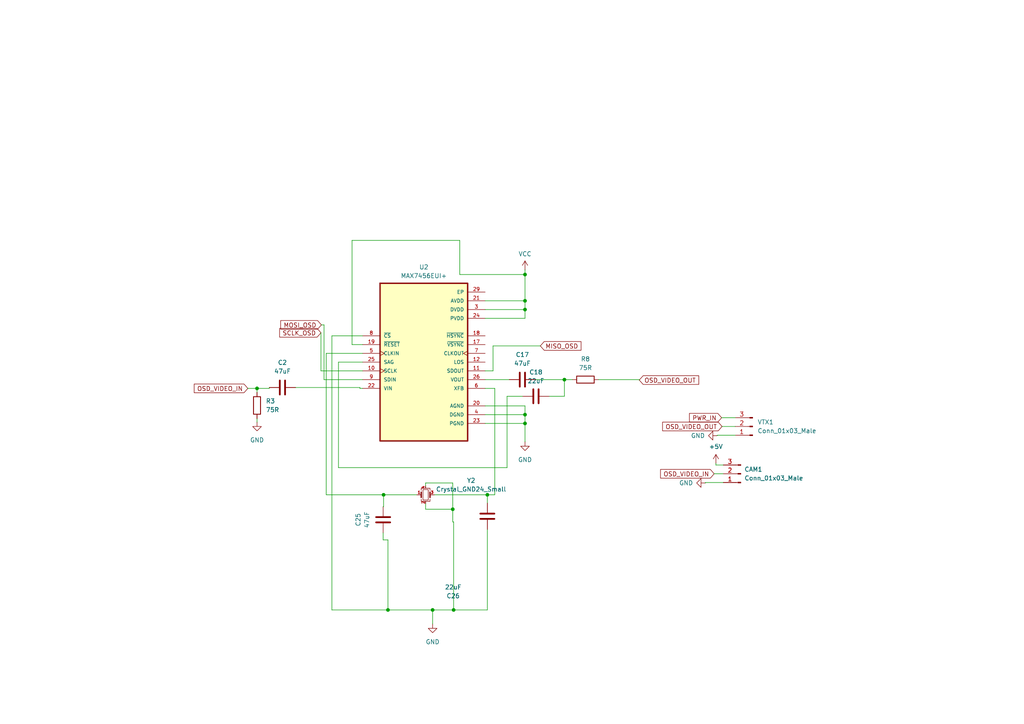
<source format=kicad_sch>
(kicad_sch (version 20230121) (generator eeschema)

  (uuid 0e8d24e7-a758-4ca6-9e40-677b16458977)

  (paper "A4")

  (lib_symbols
    (symbol "Connector:Conn_01x03_Male" (pin_names (offset 1.016) hide) (in_bom yes) (on_board yes)
      (property "Reference" "J" (at 0 5.08 0)
        (effects (font (size 1.27 1.27)))
      )
      (property "Value" "Conn_01x03_Male" (at 0 -5.08 0)
        (effects (font (size 1.27 1.27)))
      )
      (property "Footprint" "" (at 0 0 0)
        (effects (font (size 1.27 1.27)) hide)
      )
      (property "Datasheet" "~" (at 0 0 0)
        (effects (font (size 1.27 1.27)) hide)
      )
      (property "ki_keywords" "connector" (at 0 0 0)
        (effects (font (size 1.27 1.27)) hide)
      )
      (property "ki_description" "Generic connector, single row, 01x03, script generated (kicad-library-utils/schlib/autogen/connector/)" (at 0 0 0)
        (effects (font (size 1.27 1.27)) hide)
      )
      (property "ki_fp_filters" "Connector*:*_1x??_*" (at 0 0 0)
        (effects (font (size 1.27 1.27)) hide)
      )
      (symbol "Conn_01x03_Male_1_1"
        (polyline
          (pts
            (xy 1.27 -2.54)
            (xy 0.8636 -2.54)
          )
          (stroke (width 0.1524) (type default))
          (fill (type none))
        )
        (polyline
          (pts
            (xy 1.27 0)
            (xy 0.8636 0)
          )
          (stroke (width 0.1524) (type default))
          (fill (type none))
        )
        (polyline
          (pts
            (xy 1.27 2.54)
            (xy 0.8636 2.54)
          )
          (stroke (width 0.1524) (type default))
          (fill (type none))
        )
        (rectangle (start 0.8636 -2.413) (end 0 -2.667)
          (stroke (width 0.1524) (type default))
          (fill (type outline))
        )
        (rectangle (start 0.8636 0.127) (end 0 -0.127)
          (stroke (width 0.1524) (type default))
          (fill (type outline))
        )
        (rectangle (start 0.8636 2.667) (end 0 2.413)
          (stroke (width 0.1524) (type default))
          (fill (type outline))
        )
        (pin passive line (at 5.08 2.54 180) (length 3.81)
          (name "Pin_1" (effects (font (size 1.27 1.27))))
          (number "1" (effects (font (size 1.27 1.27))))
        )
        (pin passive line (at 5.08 0 180) (length 3.81)
          (name "Pin_2" (effects (font (size 1.27 1.27))))
          (number "2" (effects (font (size 1.27 1.27))))
        )
        (pin passive line (at 5.08 -2.54 180) (length 3.81)
          (name "Pin_3" (effects (font (size 1.27 1.27))))
          (number "3" (effects (font (size 1.27 1.27))))
        )
      )
    )
    (symbol "Device:C" (pin_numbers hide) (pin_names (offset 0.254)) (in_bom yes) (on_board yes)
      (property "Reference" "C" (at 0.635 2.54 0)
        (effects (font (size 1.27 1.27)) (justify left))
      )
      (property "Value" "C" (at 0.635 -2.54 0)
        (effects (font (size 1.27 1.27)) (justify left))
      )
      (property "Footprint" "" (at 0.9652 -3.81 0)
        (effects (font (size 1.27 1.27)) hide)
      )
      (property "Datasheet" "~" (at 0 0 0)
        (effects (font (size 1.27 1.27)) hide)
      )
      (property "ki_keywords" "cap capacitor" (at 0 0 0)
        (effects (font (size 1.27 1.27)) hide)
      )
      (property "ki_description" "Unpolarized capacitor" (at 0 0 0)
        (effects (font (size 1.27 1.27)) hide)
      )
      (property "ki_fp_filters" "C_*" (at 0 0 0)
        (effects (font (size 1.27 1.27)) hide)
      )
      (symbol "C_0_1"
        (polyline
          (pts
            (xy -2.032 -0.762)
            (xy 2.032 -0.762)
          )
          (stroke (width 0.508) (type default))
          (fill (type none))
        )
        (polyline
          (pts
            (xy -2.032 0.762)
            (xy 2.032 0.762)
          )
          (stroke (width 0.508) (type default))
          (fill (type none))
        )
      )
      (symbol "C_1_1"
        (pin passive line (at 0 3.81 270) (length 2.794)
          (name "~" (effects (font (size 1.27 1.27))))
          (number "1" (effects (font (size 1.27 1.27))))
        )
        (pin passive line (at 0 -3.81 90) (length 2.794)
          (name "~" (effects (font (size 1.27 1.27))))
          (number "2" (effects (font (size 1.27 1.27))))
        )
      )
    )
    (symbol "Device:Crystal_GND24_Small" (pin_names (offset 1.016) hide) (in_bom yes) (on_board yes)
      (property "Reference" "Y" (at 1.27 4.445 0)
        (effects (font (size 1.27 1.27)) (justify left))
      )
      (property "Value" "Crystal_GND24_Small" (at 1.27 2.54 0)
        (effects (font (size 1.27 1.27)) (justify left))
      )
      (property "Footprint" "" (at 0 0 0)
        (effects (font (size 1.27 1.27)) hide)
      )
      (property "Datasheet" "~" (at 0 0 0)
        (effects (font (size 1.27 1.27)) hide)
      )
      (property "ki_keywords" "quartz ceramic resonator oscillator" (at 0 0 0)
        (effects (font (size 1.27 1.27)) hide)
      )
      (property "ki_description" "Four pin crystal, GND on pins 2 and 4, small symbol" (at 0 0 0)
        (effects (font (size 1.27 1.27)) hide)
      )
      (property "ki_fp_filters" "Crystal*" (at 0 0 0)
        (effects (font (size 1.27 1.27)) hide)
      )
      (symbol "Crystal_GND24_Small_0_1"
        (rectangle (start -0.762 -1.524) (end 0.762 1.524)
          (stroke (width 0) (type default))
          (fill (type none))
        )
        (polyline
          (pts
            (xy -1.27 -0.762)
            (xy -1.27 0.762)
          )
          (stroke (width 0.381) (type default))
          (fill (type none))
        )
        (polyline
          (pts
            (xy 1.27 -0.762)
            (xy 1.27 0.762)
          )
          (stroke (width 0.381) (type default))
          (fill (type none))
        )
        (polyline
          (pts
            (xy -1.27 -1.27)
            (xy -1.27 -1.905)
            (xy 1.27 -1.905)
            (xy 1.27 -1.27)
          )
          (stroke (width 0) (type default))
          (fill (type none))
        )
        (polyline
          (pts
            (xy -1.27 1.27)
            (xy -1.27 1.905)
            (xy 1.27 1.905)
            (xy 1.27 1.27)
          )
          (stroke (width 0) (type default))
          (fill (type none))
        )
      )
      (symbol "Crystal_GND24_Small_1_1"
        (pin passive line (at -2.54 0 0) (length 1.27)
          (name "1" (effects (font (size 1.27 1.27))))
          (number "1" (effects (font (size 0.762 0.762))))
        )
        (pin passive line (at 0 -2.54 90) (length 0.635)
          (name "2" (effects (font (size 1.27 1.27))))
          (number "2" (effects (font (size 0.762 0.762))))
        )
        (pin passive line (at 2.54 0 180) (length 1.27)
          (name "3" (effects (font (size 1.27 1.27))))
          (number "3" (effects (font (size 0.762 0.762))))
        )
        (pin passive line (at 0 2.54 270) (length 0.635)
          (name "4" (effects (font (size 1.27 1.27))))
          (number "4" (effects (font (size 0.762 0.762))))
        )
      )
    )
    (symbol "Device:R" (pin_numbers hide) (pin_names (offset 0)) (in_bom yes) (on_board yes)
      (property "Reference" "R" (at 2.032 0 90)
        (effects (font (size 1.27 1.27)))
      )
      (property "Value" "R" (at 0 0 90)
        (effects (font (size 1.27 1.27)))
      )
      (property "Footprint" "" (at -1.778 0 90)
        (effects (font (size 1.27 1.27)) hide)
      )
      (property "Datasheet" "~" (at 0 0 0)
        (effects (font (size 1.27 1.27)) hide)
      )
      (property "ki_keywords" "R res resistor" (at 0 0 0)
        (effects (font (size 1.27 1.27)) hide)
      )
      (property "ki_description" "Resistor" (at 0 0 0)
        (effects (font (size 1.27 1.27)) hide)
      )
      (property "ki_fp_filters" "R_*" (at 0 0 0)
        (effects (font (size 1.27 1.27)) hide)
      )
      (symbol "R_0_1"
        (rectangle (start -1.016 -2.54) (end 1.016 2.54)
          (stroke (width 0.254) (type default))
          (fill (type none))
        )
      )
      (symbol "R_1_1"
        (pin passive line (at 0 3.81 270) (length 1.27)
          (name "~" (effects (font (size 1.27 1.27))))
          (number "1" (effects (font (size 1.27 1.27))))
        )
        (pin passive line (at 0 -3.81 90) (length 1.27)
          (name "~" (effects (font (size 1.27 1.27))))
          (number "2" (effects (font (size 1.27 1.27))))
        )
      )
    )
    (symbol "GND_1" (power) (pin_names (offset 0)) (in_bom yes) (on_board yes)
      (property "Reference" "#PWR" (at 0 -6.35 0)
        (effects (font (size 1.27 1.27)) hide)
      )
      (property "Value" "GND_1" (at 0 -3.81 0)
        (effects (font (size 1.27 1.27)))
      )
      (property "Footprint" "" (at 0 0 0)
        (effects (font (size 1.27 1.27)) hide)
      )
      (property "Datasheet" "" (at 0 0 0)
        (effects (font (size 1.27 1.27)) hide)
      )
      (property "ki_keywords" "global power" (at 0 0 0)
        (effects (font (size 1.27 1.27)) hide)
      )
      (property "ki_description" "Power symbol creates a global label with name \"GND\" , ground" (at 0 0 0)
        (effects (font (size 1.27 1.27)) hide)
      )
      (symbol "GND_1_0_1"
        (polyline
          (pts
            (xy 0 0)
            (xy 0 -1.27)
            (xy 1.27 -1.27)
            (xy 0 -2.54)
            (xy -1.27 -1.27)
            (xy 0 -1.27)
          )
          (stroke (width 0) (type default))
          (fill (type none))
        )
      )
      (symbol "GND_1_1_1"
        (pin power_in line (at 0 0 270) (length 0) hide
          (name "GND" (effects (font (size 1.27 1.27))))
          (number "1" (effects (font (size 1.27 1.27))))
        )
      )
    )
    (symbol "MAX7456EUI_:MAX7456EUI+" (pin_names (offset 1.016)) (in_bom yes) (on_board yes)
      (property "Reference" "U" (at -12.7 23.86 0)
        (effects (font (size 1.27 1.27)) (justify left bottom))
      )
      (property "Value" "MAX7456EUI+" (at -12.7 -26.86 0)
        (effects (font (size 1.27 1.27)) (justify left bottom))
      )
      (property "Footprint" "SOP65P637X110-28N" (at 0 0 0)
        (effects (font (size 1.27 1.27)) (justify bottom) hide)
      )
      (property "Datasheet" "" (at 0 0 0)
        (effects (font (size 1.27 1.27)) hide)
      )
      (property "MF" "Analog Devices" (at 0 0 0)
        (effects (font (size 1.27 1.27)) (justify bottom) hide)
      )
      (property "Description" "\nVideo - IC Serial, SPI NTSC, PAL 28-TSSOP-EP Package\n" (at 0 0 0)
        (effects (font (size 1.27 1.27)) (justify bottom) hide)
      )
      (property "Package" "TSSOP-28 Maxim" (at 0 0 0)
        (effects (font (size 1.27 1.27)) (justify bottom) hide)
      )
      (property "Price" "None" (at 0 0 0)
        (effects (font (size 1.27 1.27)) (justify bottom) hide)
      )
      (property "SnapEDA_Link" "https://www.snapeda.com/parts/MAX7456EUI+/Analog+Devices/view-part/?ref=snap" (at 0 0 0)
        (effects (font (size 1.27 1.27)) (justify bottom) hide)
      )
      (property "MP" "MAX7456EUI+" (at 0 0 0)
        (effects (font (size 1.27 1.27)) (justify bottom) hide)
      )
      (property "Purchase-URL" "https://pricing.snapeda.com/search?q=MAX7456EUI+&ref=eda" (at 0 0 0)
        (effects (font (size 1.27 1.27)) (justify bottom) hide)
      )
      (property "Availability" "In Stock" (at 0 0 0)
        (effects (font (size 1.27 1.27)) (justify bottom) hide)
      )
      (property "Check_prices" "https://www.snapeda.com/parts/MAX7456EUI+/Analog+Devices/view-part/?ref=eda" (at 0 0 0)
        (effects (font (size 1.27 1.27)) (justify bottom) hide)
      )
      (symbol "MAX7456EUI+_0_0"
        (rectangle (start -12.7 -22.86) (end 12.7 22.86)
          (stroke (width 0.41) (type default))
          (fill (type background))
        )
        (pin input clock (at -17.78 -2.54 0) (length 5.08)
          (name "SCLK" (effects (font (size 1.016 1.016))))
          (number "10" (effects (font (size 1.016 1.016))))
        )
        (pin output line (at 17.78 -2.54 180) (length 5.08)
          (name "SDOUT" (effects (font (size 1.016 1.016))))
          (number "11" (effects (font (size 1.016 1.016))))
        )
        (pin output line (at 17.78 0 180) (length 5.08)
          (name "LOS" (effects (font (size 1.016 1.016))))
          (number "12" (effects (font (size 1.016 1.016))))
        )
        (pin output line (at 17.78 5.08 180) (length 5.08)
          (name "~{VSYNC}" (effects (font (size 1.016 1.016))))
          (number "17" (effects (font (size 1.016 1.016))))
        )
        (pin output line (at 17.78 7.62 180) (length 5.08)
          (name "~{HSYNC}" (effects (font (size 1.016 1.016))))
          (number "18" (effects (font (size 1.016 1.016))))
        )
        (pin input line (at -17.78 5.08 0) (length 5.08)
          (name "~{RESET}" (effects (font (size 1.016 1.016))))
          (number "19" (effects (font (size 1.016 1.016))))
        )
        (pin power_in line (at 17.78 -12.7 180) (length 5.08)
          (name "AGND" (effects (font (size 1.016 1.016))))
          (number "20" (effects (font (size 1.016 1.016))))
        )
        (pin power_in line (at 17.78 17.78 180) (length 5.08)
          (name "AVDD" (effects (font (size 1.016 1.016))))
          (number "21" (effects (font (size 1.016 1.016))))
        )
        (pin input line (at -17.78 -7.62 0) (length 5.08)
          (name "VIN" (effects (font (size 1.016 1.016))))
          (number "22" (effects (font (size 1.016 1.016))))
        )
        (pin power_in line (at 17.78 -17.78 180) (length 5.08)
          (name "PGND" (effects (font (size 1.016 1.016))))
          (number "23" (effects (font (size 1.016 1.016))))
        )
        (pin power_in line (at 17.78 12.7 180) (length 5.08)
          (name "PVDD" (effects (font (size 1.016 1.016))))
          (number "24" (effects (font (size 1.016 1.016))))
        )
        (pin input line (at -17.78 0 0) (length 5.08)
          (name "SAG" (effects (font (size 1.016 1.016))))
          (number "25" (effects (font (size 1.016 1.016))))
        )
        (pin output line (at 17.78 -5.08 180) (length 5.08)
          (name "VOUT" (effects (font (size 1.016 1.016))))
          (number "26" (effects (font (size 1.016 1.016))))
        )
        (pin power_in line (at 17.78 20.32 180) (length 5.08)
          (name "EP" (effects (font (size 1.016 1.016))))
          (number "29" (effects (font (size 1.016 1.016))))
        )
        (pin power_in line (at 17.78 15.24 180) (length 5.08)
          (name "DVDD" (effects (font (size 1.016 1.016))))
          (number "3" (effects (font (size 1.016 1.016))))
        )
        (pin power_in line (at 17.78 -15.24 180) (length 5.08)
          (name "DGND" (effects (font (size 1.016 1.016))))
          (number "4" (effects (font (size 1.016 1.016))))
        )
        (pin input clock (at -17.78 2.54 0) (length 5.08)
          (name "CLKIN" (effects (font (size 1.016 1.016))))
          (number "5" (effects (font (size 1.016 1.016))))
        )
        (pin output line (at 17.78 -7.62 180) (length 5.08)
          (name "XFB" (effects (font (size 1.016 1.016))))
          (number "6" (effects (font (size 1.016 1.016))))
        )
        (pin output clock (at 17.78 2.54 180) (length 5.08)
          (name "CLKOUT" (effects (font (size 1.016 1.016))))
          (number "7" (effects (font (size 1.016 1.016))))
        )
        (pin input line (at -17.78 7.62 0) (length 5.08)
          (name "~{CS}" (effects (font (size 1.016 1.016))))
          (number "8" (effects (font (size 1.016 1.016))))
        )
        (pin input line (at -17.78 -5.08 0) (length 5.08)
          (name "SDIN" (effects (font (size 1.016 1.016))))
          (number "9" (effects (font (size 1.016 1.016))))
        )
      )
    )
    (symbol "power:+5V" (power) (pin_names (offset 0)) (in_bom yes) (on_board yes)
      (property "Reference" "#PWR" (at 0 -3.81 0)
        (effects (font (size 1.27 1.27)) hide)
      )
      (property "Value" "+5V" (at 0 3.556 0)
        (effects (font (size 1.27 1.27)))
      )
      (property "Footprint" "" (at 0 0 0)
        (effects (font (size 1.27 1.27)) hide)
      )
      (property "Datasheet" "" (at 0 0 0)
        (effects (font (size 1.27 1.27)) hide)
      )
      (property "ki_keywords" "power-flag" (at 0 0 0)
        (effects (font (size 1.27 1.27)) hide)
      )
      (property "ki_description" "Power symbol creates a global label with name \"+5V\"" (at 0 0 0)
        (effects (font (size 1.27 1.27)) hide)
      )
      (symbol "+5V_0_1"
        (polyline
          (pts
            (xy -0.762 1.27)
            (xy 0 2.54)
          )
          (stroke (width 0) (type default))
          (fill (type none))
        )
        (polyline
          (pts
            (xy 0 0)
            (xy 0 2.54)
          )
          (stroke (width 0) (type default))
          (fill (type none))
        )
        (polyline
          (pts
            (xy 0 2.54)
            (xy 0.762 1.27)
          )
          (stroke (width 0) (type default))
          (fill (type none))
        )
      )
      (symbol "+5V_1_1"
        (pin power_in line (at 0 0 90) (length 0) hide
          (name "+5V" (effects (font (size 1.27 1.27))))
          (number "1" (effects (font (size 1.27 1.27))))
        )
      )
    )
    (symbol "power:GND" (power) (pin_names (offset 0)) (in_bom yes) (on_board yes)
      (property "Reference" "#PWR" (at 0 -6.35 0)
        (effects (font (size 1.27 1.27)) hide)
      )
      (property "Value" "GND" (at 0 -3.81 0)
        (effects (font (size 1.27 1.27)))
      )
      (property "Footprint" "" (at 0 0 0)
        (effects (font (size 1.27 1.27)) hide)
      )
      (property "Datasheet" "" (at 0 0 0)
        (effects (font (size 1.27 1.27)) hide)
      )
      (property "ki_keywords" "power-flag" (at 0 0 0)
        (effects (font (size 1.27 1.27)) hide)
      )
      (property "ki_description" "Power symbol creates a global label with name \"GND\" , ground" (at 0 0 0)
        (effects (font (size 1.27 1.27)) hide)
      )
      (symbol "GND_0_1"
        (polyline
          (pts
            (xy 0 0)
            (xy 0 -1.27)
            (xy 1.27 -1.27)
            (xy 0 -2.54)
            (xy -1.27 -1.27)
            (xy 0 -1.27)
          )
          (stroke (width 0) (type default))
          (fill (type none))
        )
      )
      (symbol "GND_1_1"
        (pin power_in line (at 0 0 270) (length 0) hide
          (name "GND" (effects (font (size 1.27 1.27))))
          (number "1" (effects (font (size 1.27 1.27))))
        )
      )
    )
    (symbol "power:VCC" (power) (pin_names (offset 0)) (in_bom yes) (on_board yes)
      (property "Reference" "#PWR" (at 0 -3.81 0)
        (effects (font (size 1.27 1.27)) hide)
      )
      (property "Value" "VCC" (at 0 3.81 0)
        (effects (font (size 1.27 1.27)))
      )
      (property "Footprint" "" (at 0 0 0)
        (effects (font (size 1.27 1.27)) hide)
      )
      (property "Datasheet" "" (at 0 0 0)
        (effects (font (size 1.27 1.27)) hide)
      )
      (property "ki_keywords" "power-flag" (at 0 0 0)
        (effects (font (size 1.27 1.27)) hide)
      )
      (property "ki_description" "Power symbol creates a global label with name \"VCC\"" (at 0 0 0)
        (effects (font (size 1.27 1.27)) hide)
      )
      (symbol "VCC_0_1"
        (polyline
          (pts
            (xy -0.762 1.27)
            (xy 0 2.54)
          )
          (stroke (width 0) (type default))
          (fill (type none))
        )
        (polyline
          (pts
            (xy 0 0)
            (xy 0 2.54)
          )
          (stroke (width 0) (type default))
          (fill (type none))
        )
        (polyline
          (pts
            (xy 0 2.54)
            (xy 0.762 1.27)
          )
          (stroke (width 0) (type default))
          (fill (type none))
        )
      )
      (symbol "VCC_1_1"
        (pin power_in line (at 0 0 90) (length 0) hide
          (name "VCC" (effects (font (size 1.27 1.27))))
          (number "1" (effects (font (size 1.27 1.27))))
        )
      )
    )
  )

  (junction (at 152.273 120.269) (diameter 0) (color 0 0 0 0)
    (uuid 37116b66-17dc-41c7-8ea4-fbc8eade00e4)
  )
  (junction (at 112.522 176.911) (diameter 0) (color 0 0 0 0)
    (uuid 411280a0-215b-46e7-9248-e3a5206c22eb)
  )
  (junction (at 152.273 87.249) (diameter 0) (color 0 0 0 0)
    (uuid 51031d68-092c-4846-a7f4-2c53df81bfb5)
  )
  (junction (at 163.703 110.109) (diameter 0) (color 0 0 0 0)
    (uuid 51ce388f-0025-4ff5-96a1-9f1bb1f0bc46)
  )
  (junction (at 74.549 112.649) (diameter 0) (color 0 0 0 0)
    (uuid 56b51c38-bb65-4d4a-8e45-84b1537acaa1)
  )
  (junction (at 131.572 176.911) (diameter 0) (color 0 0 0 0)
    (uuid 61d10ec4-11e3-430a-836b-9d81216ff73f)
  )
  (junction (at 125.476 176.911) (diameter 0) (color 0 0 0 0)
    (uuid 62b3e0c1-460b-4268-b0b0-8aa15aefba6d)
  )
  (junction (at 141.351 143.51) (diameter 0) (color 0 0 0 0)
    (uuid 7465448b-54c8-4d4b-b9d2-4cdbb7f188e0)
  )
  (junction (at 111.252 143.51) (diameter 0) (color 0 0 0 0)
    (uuid 8b3feb2a-45d5-496a-b416-6adf531fb178)
  )
  (junction (at 152.273 79.629) (diameter 0) (color 0 0 0 0)
    (uuid 932a3b04-8b7d-48d1-8bee-2afb58751c63)
  )
  (junction (at 131.318 147.701) (diameter 0) (color 0 0 0 0)
    (uuid b379006c-3815-40b8-b59e-e8be5255adb2)
  )
  (junction (at 152.273 89.789) (diameter 0) (color 0 0 0 0)
    (uuid bc819f30-03d2-4dd3-a17e-8945f6ed2491)
  )
  (junction (at 152.273 122.809) (diameter 0) (color 0 0 0 0)
    (uuid eac7d181-1200-4805-893c-0a40f642ce93)
  )

  (wire (pts (xy 152.273 87.249) (xy 152.273 89.789))
    (stroke (width 0) (type default))
    (uuid 00931cd8-1bd8-4ecc-8271-7fc08ab85b0b)
  )
  (wire (pts (xy 152.273 89.789) (xy 152.273 92.329))
    (stroke (width 0) (type default))
    (uuid 04c0a8c0-ef60-4790-83f5-a5213e5ae9bb)
  )
  (wire (pts (xy 131.572 176.911) (xy 125.476 176.911))
    (stroke (width 0) (type default))
    (uuid 05912225-7459-4b5d-bdc1-20c569bd31a9)
  )
  (wire (pts (xy 140.716 112.649) (xy 143.51 112.649))
    (stroke (width 0) (type default))
    (uuid 08b66848-cafa-4fb2-8429-3c873ed01443)
  )
  (wire (pts (xy 71.882 112.649) (xy 74.549 112.649))
    (stroke (width 0) (type default))
    (uuid 0fa7528e-2fb2-4bd5-82d2-36f4c8da1d52)
  )
  (wire (pts (xy 133.35 79.629) (xy 133.35 69.723))
    (stroke (width 0) (type default))
    (uuid 1a0c16a9-039e-44bf-8443-63fc37fcf239)
  )
  (wire (pts (xy 207.645 134.874) (xy 207.645 134.366))
    (stroke (width 0) (type default))
    (uuid 1cf93f59-70c8-4f6e-a50d-67b0ed62dbcf)
  )
  (wire (pts (xy 207.137 137.414) (xy 209.804 137.414))
    (stroke (width 0) (type default))
    (uuid 1ee35ade-a327-44cb-bf94-c542b09e2d12)
  )
  (wire (pts (xy 152.273 117.729) (xy 152.273 120.269))
    (stroke (width 0) (type default))
    (uuid 238961fa-a483-4f95-800c-a202058686be)
  )
  (wire (pts (xy 143.002 100.33) (xy 156.718 100.33))
    (stroke (width 0) (type default))
    (uuid 26fa6697-0e42-4d59-b459-faaf984daee8)
  )
  (wire (pts (xy 93.98 110.109) (xy 105.156 110.109))
    (stroke (width 0) (type default))
    (uuid 276847de-0c62-4a5d-b3f7-b8a74a0865c9)
  )
  (wire (pts (xy 104.394 112.649) (xy 105.156 112.649))
    (stroke (width 0) (type default))
    (uuid 2a92b232-fcdc-45e0-8725-f2d9c2e49050)
  )
  (wire (pts (xy 140.716 87.249) (xy 152.273 87.249))
    (stroke (width 0) (type default))
    (uuid 2c474709-643d-4ff3-8161-1548129ac224)
  )
  (wire (pts (xy 140.716 117.729) (xy 152.273 117.729))
    (stroke (width 0) (type default))
    (uuid 2dea4965-a433-4ad0-a122-0b10bdb1a099)
  )
  (wire (pts (xy 131.572 176.911) (xy 141.351 176.911))
    (stroke (width 0) (type default))
    (uuid 2f69878f-984d-4c03-aa53-3167e46757a2)
  )
  (wire (pts (xy 111.252 143.51) (xy 111.252 146.939))
    (stroke (width 0) (type default))
    (uuid 32e2c9ca-bfd6-44dc-b928-16269c47b8e1)
  )
  (wire (pts (xy 152.273 120.269) (xy 152.273 122.809))
    (stroke (width 0) (type default))
    (uuid 33241a2b-0494-4037-987e-283e752e1108)
  )
  (wire (pts (xy 125.476 176.911) (xy 125.476 180.975))
    (stroke (width 0) (type default))
    (uuid 33e0328d-0e85-4e8a-84d1-6dadbd190531)
  )
  (wire (pts (xy 140.716 92.329) (xy 152.273 92.329))
    (stroke (width 0) (type default))
    (uuid 35826d5d-3163-46b6-8b80-ca41ae8886f4)
  )
  (wire (pts (xy 140.716 122.809) (xy 152.273 122.809))
    (stroke (width 0) (type default))
    (uuid 3c5d1b91-e8ec-44a0-8396-5f22e6487ebc)
  )
  (wire (pts (xy 74.549 121.412) (xy 74.549 122.428))
    (stroke (width 0) (type default))
    (uuid 3dad857b-e723-46cc-b545-ccdc507df87b)
  )
  (wire (pts (xy 173.609 110.109) (xy 185.42 110.109))
    (stroke (width 0) (type default))
    (uuid 40a595d4-3044-4b8e-9498-f8042cf09079)
  )
  (wire (pts (xy 123.444 140.081) (xy 131.318 140.081))
    (stroke (width 0) (type default))
    (uuid 42d5c9fa-5cde-4ff7-80a1-13f02d41d2ca)
  )
  (wire (pts (xy 140.716 110.109) (xy 147.701 110.109))
    (stroke (width 0) (type default))
    (uuid 459ab436-3ef5-4944-ba0c-90541d31b8e3)
  )
  (wire (pts (xy 133.35 69.723) (xy 102.108 69.723))
    (stroke (width 0) (type default))
    (uuid 46353ddb-2c97-43b2-8580-8e68d5e36de6)
  )
  (wire (pts (xy 104.394 112.395) (xy 104.394 112.649))
    (stroke (width 0) (type default))
    (uuid 4a61c33c-1c8c-41f1-947d-b1f0bf2f3524)
  )
  (wire (pts (xy 204.597 139.954) (xy 204.597 140.081))
    (stroke (width 0) (type default))
    (uuid 4eb56e81-e78b-4d0b-94bc-95a9090c0551)
  )
  (wire (pts (xy 159.258 114.935) (xy 163.703 114.935))
    (stroke (width 0) (type default))
    (uuid 5316d0dd-a6ee-440b-923a-e1ce9ac5bf3f)
  )
  (wire (pts (xy 213.233 126.238) (xy 208.026 126.238))
    (stroke (width 0) (type default))
    (uuid 5735b750-94cb-41a8-993b-f1e62a2dea36)
  )
  (wire (pts (xy 141.351 176.911) (xy 141.351 153.543))
    (stroke (width 0) (type default))
    (uuid 5b351857-6a27-4124-8513-ff8a19510e89)
  )
  (wire (pts (xy 98.171 135.636) (xy 147.066 135.636))
    (stroke (width 0) (type default))
    (uuid 5c95c10a-d1bc-4096-8076-bf5eef1bdffb)
  )
  (wire (pts (xy 208.026 126.238) (xy 208.026 126.365))
    (stroke (width 0) (type default))
    (uuid 5f98455d-c2a3-4aea-8e7c-124c44bdf146)
  )
  (wire (pts (xy 152.273 122.809) (xy 152.273 128.143))
    (stroke (width 0) (type default))
    (uuid 630e0112-af76-452a-9c23-b7b5541334a1)
  )
  (wire (pts (xy 105.156 102.489) (xy 94.615 102.489))
    (stroke (width 0) (type default))
    (uuid 63f776ab-356f-4d6f-883c-eac73b600e64)
  )
  (wire (pts (xy 123.444 146.05) (xy 123.444 147.701))
    (stroke (width 0) (type default))
    (uuid 6a2f0e3f-7ad2-43d8-83cb-13028aaa89ca)
  )
  (wire (pts (xy 112.522 176.911) (xy 125.476 176.911))
    (stroke (width 0) (type default))
    (uuid 6d04dabc-a50e-4a70-93f4-a8421e364343)
  )
  (wire (pts (xy 209.423 123.698) (xy 213.233 123.698))
    (stroke (width 0) (type default))
    (uuid 6d4fc5df-aea8-433d-a4ab-1da95241af47)
  )
  (wire (pts (xy 78.105 112.649) (xy 78.105 112.395))
    (stroke (width 0) (type default))
    (uuid 6fb2e3c9-2ce3-4438-983c-6c7a95d0e772)
  )
  (wire (pts (xy 209.804 139.954) (xy 204.597 139.954))
    (stroke (width 0) (type default))
    (uuid 71c06c9f-6e80-42d8-9016-73193aede37e)
  )
  (wire (pts (xy 147.066 135.636) (xy 147.066 114.935))
    (stroke (width 0) (type default))
    (uuid 7499b5ed-5d4c-4e62-b124-865b4b2d7b5e)
  )
  (wire (pts (xy 141.351 143.51) (xy 143.51 143.51))
    (stroke (width 0) (type default))
    (uuid 75f930d7-29c1-434b-825b-c2f1dd5ebf94)
  )
  (wire (pts (xy 143.002 107.569) (xy 143.002 100.33))
    (stroke (width 0) (type default))
    (uuid 77973012-5984-41b5-9a57-a942ef14fd04)
  )
  (wire (pts (xy 185.42 110.109) (xy 185.42 110.236))
    (stroke (width 0) (type default))
    (uuid 77f386ed-ddff-4535-932a-b39d592d373d)
  )
  (wire (pts (xy 125.984 143.51) (xy 141.351 143.51))
    (stroke (width 0) (type default))
    (uuid 7c9981d4-1e4b-4ec6-8511-baff215d8121)
  )
  (wire (pts (xy 152.273 79.629) (xy 133.35 79.629))
    (stroke (width 0) (type default))
    (uuid 7dc72789-658f-4646-81ad-908beba81f09)
  )
  (wire (pts (xy 147.066 114.935) (xy 151.638 114.935))
    (stroke (width 0) (type default))
    (uuid 7fe73fef-2b5f-44c1-bc20-e4b1d4e03541)
  )
  (wire (pts (xy 155.321 110.109) (xy 163.703 110.109))
    (stroke (width 0) (type default))
    (uuid 81262923-ea7c-4655-8f42-29e3e983702e)
  )
  (wire (pts (xy 131.318 151.384) (xy 131.572 151.384))
    (stroke (width 0) (type default))
    (uuid 82b10e18-bfd8-4c5f-8def-ef39a309f927)
  )
  (wire (pts (xy 140.716 120.269) (xy 152.273 120.269))
    (stroke (width 0) (type default))
    (uuid 88c3293b-1710-4002-83ca-00539e612541)
  )
  (wire (pts (xy 93.218 94.234) (xy 93.98 94.234))
    (stroke (width 0) (type default))
    (uuid 8c7e13a6-caf0-4027-b831-52106c4b130d)
  )
  (wire (pts (xy 131.318 151.384) (xy 131.318 147.701))
    (stroke (width 0) (type default))
    (uuid 917f57be-f4f0-4d48-8b87-4953a11da590)
  )
  (wire (pts (xy 96.266 97.409) (xy 96.266 176.911))
    (stroke (width 0) (type default))
    (uuid 963328c9-71b4-4f67-b3c3-f4849baa51cf)
  )
  (wire (pts (xy 112.522 156.591) (xy 111.125 156.591))
    (stroke (width 0) (type default))
    (uuid 9b172122-40a0-4512-aedf-04eace327e58)
  )
  (wire (pts (xy 163.703 114.935) (xy 163.703 110.109))
    (stroke (width 0) (type default))
    (uuid a0a68d00-61a4-45c7-9977-6f2ff56e5864)
  )
  (wire (pts (xy 163.703 110.109) (xy 165.989 110.109))
    (stroke (width 0) (type default))
    (uuid a6ac53dc-cbed-474e-8a01-56ae4299d4d1)
  )
  (wire (pts (xy 131.318 140.081) (xy 131.318 147.701))
    (stroke (width 0) (type default))
    (uuid aa002d60-7c24-4705-bd36-02437c58fc49)
  )
  (wire (pts (xy 140.716 107.569) (xy 143.002 107.569))
    (stroke (width 0) (type default))
    (uuid aaa52688-25d1-4af9-a7b3-9937c564d1f2)
  )
  (wire (pts (xy 94.615 143.51) (xy 111.252 143.51))
    (stroke (width 0) (type default))
    (uuid b3ebef6d-2b97-4406-aaa9-398eb74aa197)
  )
  (wire (pts (xy 143.51 112.649) (xy 143.51 143.51))
    (stroke (width 0) (type default))
    (uuid b6567676-d85b-4e7b-b0ba-1de4c90a6268)
  )
  (wire (pts (xy 102.108 69.723) (xy 102.108 99.949))
    (stroke (width 0) (type default))
    (uuid b8ead594-88e8-4648-a186-0122632347ef)
  )
  (wire (pts (xy 152.273 79.629) (xy 152.273 87.249))
    (stroke (width 0) (type default))
    (uuid c3cc857c-73d8-4549-81f5-a96e9d999c80)
  )
  (wire (pts (xy 111.252 143.51) (xy 120.904 143.51))
    (stroke (width 0) (type default))
    (uuid c7f0f5ec-d17f-4044-ac43-6a0a6308842a)
  )
  (wire (pts (xy 209.804 134.874) (xy 207.645 134.874))
    (stroke (width 0) (type default))
    (uuid c8f35763-243c-4666-8cf5-dbd654def9c9)
  )
  (wire (pts (xy 93.091 107.569) (xy 105.156 107.569))
    (stroke (width 0) (type default))
    (uuid cf1b1601-2c20-45fe-86e3-9f29e14700cd)
  )
  (wire (pts (xy 102.108 99.949) (xy 105.156 99.949))
    (stroke (width 0) (type default))
    (uuid d22bf849-fd6d-4eed-9191-3b79c457bea5)
  )
  (wire (pts (xy 93.091 96.52) (xy 93.091 107.569))
    (stroke (width 0) (type default))
    (uuid d5c00ee1-b35e-4fd9-93e7-bc6a8337e043)
  )
  (wire (pts (xy 112.522 176.911) (xy 112.522 156.591))
    (stroke (width 0) (type default))
    (uuid d9adc31d-b6ce-43ca-9986-cb82cb3453b7)
  )
  (wire (pts (xy 209.296 121.158) (xy 213.233 121.158))
    (stroke (width 0) (type default))
    (uuid d9fdc3af-971f-4c97-844d-0c718dc93044)
  )
  (wire (pts (xy 105.156 97.409) (xy 96.266 97.409))
    (stroke (width 0) (type default))
    (uuid dbd234d1-e3d7-44b1-a158-80c1c86c38cc)
  )
  (wire (pts (xy 123.444 140.97) (xy 123.444 140.081))
    (stroke (width 0) (type default))
    (uuid de246cda-711f-4cb7-a49e-63557eff1b59)
  )
  (wire (pts (xy 141.351 143.51) (xy 141.351 145.923))
    (stroke (width 0) (type default))
    (uuid dea11d10-0fa3-4ed9-9339-9f8556e5a389)
  )
  (wire (pts (xy 94.615 102.489) (xy 94.615 143.51))
    (stroke (width 0) (type default))
    (uuid df7aeadd-8150-4b38-b3d3-97928f92f9a1)
  )
  (wire (pts (xy 93.98 94.234) (xy 93.98 110.109))
    (stroke (width 0) (type default))
    (uuid e0ac638a-8214-44ca-973c-3cd248acdbb8)
  )
  (wire (pts (xy 96.266 176.911) (xy 112.522 176.911))
    (stroke (width 0) (type default))
    (uuid e2a69a98-8bdd-4868-9b06-58f340efafc4)
  )
  (wire (pts (xy 98.171 105.029) (xy 98.171 135.636))
    (stroke (width 0) (type default))
    (uuid e49497db-eea8-4289-917c-262a2b78782d)
  )
  (wire (pts (xy 74.549 112.649) (xy 74.549 113.792))
    (stroke (width 0) (type default))
    (uuid e89ab918-c3d5-4768-887d-b001cfa1ff9e)
  )
  (wire (pts (xy 111.252 146.939) (xy 111.125 146.939))
    (stroke (width 0) (type default))
    (uuid ebd35b1b-0c50-4160-be2b-fe20f15ea74a)
  )
  (wire (pts (xy 111.125 156.591) (xy 111.125 154.559))
    (stroke (width 0) (type default))
    (uuid f1fcf325-4291-46a2-af71-4f4f79e7a82d)
  )
  (wire (pts (xy 140.716 89.789) (xy 152.273 89.789))
    (stroke (width 0) (type default))
    (uuid f2624bfd-b455-4eba-bc6e-1385a806da67)
  )
  (wire (pts (xy 152.273 78.232) (xy 152.273 79.629))
    (stroke (width 0) (type default))
    (uuid f60b0dde-37c4-49f0-82a3-b0b0a638fde1)
  )
  (wire (pts (xy 105.156 105.029) (xy 98.171 105.029))
    (stroke (width 0) (type default))
    (uuid f6c5e083-34ec-47c8-8fe3-4363599abfe2)
  )
  (wire (pts (xy 131.572 151.384) (xy 131.572 176.911))
    (stroke (width 0) (type default))
    (uuid f98e06b3-b631-4415-abe5-855229b76633)
  )
  (wire (pts (xy 123.444 147.701) (xy 131.318 147.701))
    (stroke (width 0) (type default))
    (uuid fc0e5b49-ff1c-461f-a1cc-1c9dd9b4adbf)
  )
  (wire (pts (xy 85.725 112.395) (xy 104.394 112.395))
    (stroke (width 0) (type default))
    (uuid fe7d57ff-cde8-45b4-a116-08d8fade0f06)
  )
  (wire (pts (xy 74.549 112.649) (xy 78.105 112.649))
    (stroke (width 0) (type default))
    (uuid feae0c01-5c57-4391-b51f-c1b19b267418)
  )

  (global_label "OSD_VIDEO_IN" (shape input) (at 207.137 137.414 180) (fields_autoplaced)
    (effects (font (size 1.27 1.27)) (justify right))
    (uuid 101bab37-0ca8-4f9a-80cd-7662e85495c2)
    (property "Intersheetrefs" "${INTERSHEET_REFS}" (at 191.6895 137.3346 0)
      (effects (font (size 1.27 1.27)) (justify right) hide)
    )
  )
  (global_label "OSD_VIDEO_OUT" (shape input) (at 185.42 110.236 0) (fields_autoplaced)
    (effects (font (size 1.27 1.27)) (justify left))
    (uuid 151574fb-e252-463e-9e12-947f00b9107c)
    (property "Intersheetrefs" "${INTERSHEET_REFS}" (at 202.5609 110.1566 0)
      (effects (font (size 1.27 1.27)) (justify left) hide)
    )
  )
  (global_label "PWR_IN" (shape input) (at 209.296 121.158 180) (fields_autoplaced)
    (effects (font (size 1.27 1.27)) (justify right))
    (uuid 728077c8-c787-4f97-a16f-6232b2d54a0b)
    (property "Intersheetrefs" "${INTERSHEET_REFS}" (at 111.506 14.478 0)
      (effects (font (size 1.27 1.27)) hide)
    )
  )
  (global_label "SCLK_OSD" (shape input) (at 93.091 96.52 180) (fields_autoplaced)
    (effects (font (size 1.27 1.27)) (justify right))
    (uuid a1d5495e-fcab-4986-abba-86f4fd3ace77)
    (property "Intersheetrefs" "${INTERSHEET_REFS}" (at 81.2116 96.4406 0)
      (effects (font (size 1.27 1.27)) (justify right) hide)
    )
  )
  (global_label "OSD_VIDEO_OUT" (shape input) (at 209.423 123.698 180) (fields_autoplaced)
    (effects (font (size 1.27 1.27)) (justify right))
    (uuid a934bfa0-f34a-4247-8255-c478b4c7f4a5)
    (property "Intersheetrefs" "${INTERSHEET_REFS}" (at 192.2821 123.7774 0)
      (effects (font (size 1.27 1.27)) (justify right) hide)
    )
  )
  (global_label "MOSI_OSD" (shape input) (at 93.218 94.234 180) (fields_autoplaced)
    (effects (font (size 1.27 1.27)) (justify right))
    (uuid af640121-2b08-4bdb-acf9-459cf51b05f5)
    (property "Intersheetrefs" "${INTERSHEET_REFS}" (at 81.52 94.1546 0)
      (effects (font (size 1.27 1.27)) (justify right) hide)
    )
  )
  (global_label "MISO_OSD" (shape input) (at 156.718 100.33 0) (fields_autoplaced)
    (effects (font (size 1.27 1.27)) (justify left))
    (uuid b09fc1e2-f9ea-4871-bfe0-75d6e26e1586)
    (property "Intersheetrefs" "${INTERSHEET_REFS}" (at 168.4228 100.33 0)
      (effects (font (size 1.27 1.27)) (justify left) hide)
    )
  )
  (global_label "OSD_VIDEO_IN" (shape input) (at 71.882 112.649 180) (fields_autoplaced)
    (effects (font (size 1.27 1.27)) (justify right))
    (uuid b59d7a5f-2d7b-421f-b463-7d33f43ab4ce)
    (property "Intersheetrefs" "${INTERSHEET_REFS}" (at 56.4345 112.5696 0)
      (effects (font (size 1.27 1.27)) (justify right) hide)
    )
  )

  (symbol (lib_id "Device:C") (at 155.448 114.935 90) (unit 1)
    (in_bom yes) (on_board yes) (dnp no) (fields_autoplaced)
    (uuid 10702dc1-b6a6-4277-b1b8-7dbb3e3c7298)
    (property "Reference" "C18" (at 155.448 107.95 90)
      (effects (font (size 1.27 1.27)))
    )
    (property "Value" "22uF" (at 155.448 110.49 90)
      (effects (font (size 1.27 1.27)))
    )
    (property "Footprint" "Capacitor_SMD:C_0603_1608Metric" (at 159.258 113.9698 0)
      (effects (font (size 1.27 1.27)) hide)
    )
    (property "Datasheet" "~" (at 155.448 114.935 0)
      (effects (font (size 1.27 1.27)) hide)
    )
    (pin "1" (uuid ebc4ea15-9ab8-44ef-bd20-6c3ccf358e23))
    (pin "2" (uuid 09044028-b760-4294-883c-e90287c2fa69))
    (instances
      (project "Pixracer_clone"
        (path "/167b39f0-685c-4f71-95e2-28f9b2e37320/9c7f7e66-ce8b-4c52-9fa4-aff1a8a957a8"
          (reference "C18") (unit 1)
        )
      )
    )
  )

  (symbol (lib_id "power:VCC") (at 152.273 78.232 0) (unit 1)
    (in_bom yes) (on_board yes) (dnp no) (fields_autoplaced)
    (uuid 15674961-7d79-44af-b32d-4123e60aff75)
    (property "Reference" "#PWR0116" (at 152.273 82.042 0)
      (effects (font (size 1.27 1.27)) hide)
    )
    (property "Value" "VCC" (at 152.273 73.66 0)
      (effects (font (size 1.27 1.27)))
    )
    (property "Footprint" "" (at 152.273 78.232 0)
      (effects (font (size 1.27 1.27)) hide)
    )
    (property "Datasheet" "" (at 152.273 78.232 0)
      (effects (font (size 1.27 1.27)) hide)
    )
    (pin "1" (uuid 7a900d9f-5937-4df3-9769-5b37c053b4e1))
    (instances
      (project "Pixracer_clone"
        (path "/167b39f0-685c-4f71-95e2-28f9b2e37320/9c7f7e66-ce8b-4c52-9fa4-aff1a8a957a8"
          (reference "#PWR0116") (unit 1)
        )
      )
    )
  )

  (symbol (lib_id "power:+5V") (at 207.645 134.366 0) (unit 1)
    (in_bom yes) (on_board yes) (dnp no) (fields_autoplaced)
    (uuid 1b10979c-deaf-4ab5-8c69-9df12e506baf)
    (property "Reference" "#PWR06" (at 207.645 138.176 0)
      (effects (font (size 1.27 1.27)) hide)
    )
    (property "Value" "+5V" (at 207.645 129.54 0)
      (effects (font (size 1.27 1.27)))
    )
    (property "Footprint" "" (at 207.645 134.366 0)
      (effects (font (size 1.27 1.27)) hide)
    )
    (property "Datasheet" "" (at 207.645 134.366 0)
      (effects (font (size 1.27 1.27)) hide)
    )
    (pin "1" (uuid dc0d308a-b2e4-482a-995b-01639d5d705a))
    (instances
      (project "Pixracer_clone"
        (path "/167b39f0-685c-4f71-95e2-28f9b2e37320/00000000-0000-0000-0000-00005f5eb1a4"
          (reference "#PWR06") (unit 1)
        )
        (path "/167b39f0-685c-4f71-95e2-28f9b2e37320/9c7f7e66-ce8b-4c52-9fa4-aff1a8a957a8"
          (reference "#PWR013") (unit 1)
        )
      )
    )
  )

  (symbol (lib_id "Device:C") (at 81.915 112.395 90) (unit 1)
    (in_bom yes) (on_board yes) (dnp no) (fields_autoplaced)
    (uuid 1b7d7a58-2ef4-4d4f-994d-e111b09cf192)
    (property "Reference" "C2" (at 81.915 105.156 90)
      (effects (font (size 1.27 1.27)))
    )
    (property "Value" "47uF" (at 81.915 107.696 90)
      (effects (font (size 1.27 1.27)))
    )
    (property "Footprint" "Capacitor_SMD:C_0603_1608Metric" (at 85.725 111.4298 0)
      (effects (font (size 1.27 1.27)) hide)
    )
    (property "Datasheet" "~" (at 81.915 112.395 0)
      (effects (font (size 1.27 1.27)) hide)
    )
    (pin "1" (uuid afe99146-5fde-45a6-82c4-ef0fa05b1a7b))
    (pin "2" (uuid f5e9ce37-c056-4826-9da2-0748fa4d108a))
    (instances
      (project "Pixracer_clone"
        (path "/167b39f0-685c-4f71-95e2-28f9b2e37320/9c7f7e66-ce8b-4c52-9fa4-aff1a8a957a8"
          (reference "C2") (unit 1)
        )
      )
    )
  )

  (symbol (lib_name "GND_1") (lib_id "power:GND") (at 204.597 140.081 270) (unit 1)
    (in_bom yes) (on_board yes) (dnp no) (fields_autoplaced)
    (uuid 5725fa7d-8b68-4b34-9c53-948c4cbef090)
    (property "Reference" "#PWR012" (at 198.247 140.081 0)
      (effects (font (size 1.27 1.27)) hide)
    )
    (property "Value" "GND" (at 201.041 140.081 90)
      (effects (font (size 1.27 1.27)) (justify right))
    )
    (property "Footprint" "" (at 204.597 140.081 0)
      (effects (font (size 1.27 1.27)) hide)
    )
    (property "Datasheet" "" (at 204.597 140.081 0)
      (effects (font (size 1.27 1.27)) hide)
    )
    (pin "1" (uuid 97407a53-4d1e-4a05-89d8-bdc4f6ac1a7e))
    (instances
      (project "Pixracer_clone"
        (path "/167b39f0-685c-4f71-95e2-28f9b2e37320/9c7f7e66-ce8b-4c52-9fa4-aff1a8a957a8"
          (reference "#PWR012") (unit 1)
        )
      )
    )
  )

  (symbol (lib_name "GND_1") (lib_id "power:GND") (at 208.026 126.365 270) (unit 1)
    (in_bom yes) (on_board yes) (dnp no) (fields_autoplaced)
    (uuid 575aa353-27b8-44a3-b14f-ea2e56fbb449)
    (property "Reference" "#PWR011" (at 201.676 126.365 0)
      (effects (font (size 1.27 1.27)) hide)
    )
    (property "Value" "GND" (at 204.47 126.365 90)
      (effects (font (size 1.27 1.27)) (justify right))
    )
    (property "Footprint" "" (at 208.026 126.365 0)
      (effects (font (size 1.27 1.27)) hide)
    )
    (property "Datasheet" "" (at 208.026 126.365 0)
      (effects (font (size 1.27 1.27)) hide)
    )
    (pin "1" (uuid 6fa123f3-3b89-474e-a79a-3764cc471465))
    (instances
      (project "Pixracer_clone"
        (path "/167b39f0-685c-4f71-95e2-28f9b2e37320/9c7f7e66-ce8b-4c52-9fa4-aff1a8a957a8"
          (reference "#PWR011") (unit 1)
        )
      )
    )
  )

  (symbol (lib_id "Device:C") (at 151.511 110.109 90) (unit 1)
    (in_bom yes) (on_board yes) (dnp no) (fields_autoplaced)
    (uuid 58be54de-f1a8-491a-9920-5a9b4ac465f9)
    (property "Reference" "C17" (at 151.511 102.87 90)
      (effects (font (size 1.27 1.27)))
    )
    (property "Value" "47uF" (at 151.511 105.41 90)
      (effects (font (size 1.27 1.27)))
    )
    (property "Footprint" "Capacitor_SMD:C_0603_1608Metric" (at 155.321 109.1438 0)
      (effects (font (size 1.27 1.27)) hide)
    )
    (property "Datasheet" "~" (at 151.511 110.109 0)
      (effects (font (size 1.27 1.27)) hide)
    )
    (pin "1" (uuid a0907df8-8882-45b9-babe-bf0392144299))
    (pin "2" (uuid 6bdf0d84-f3b5-4c36-8749-88279108ed28))
    (instances
      (project "Pixracer_clone"
        (path "/167b39f0-685c-4f71-95e2-28f9b2e37320/9c7f7e66-ce8b-4c52-9fa4-aff1a8a957a8"
          (reference "C17") (unit 1)
        )
      )
    )
  )

  (symbol (lib_id "Connector:Conn_01x03_Male") (at 218.313 123.698 180) (unit 1)
    (in_bom yes) (on_board yes) (dnp no) (fields_autoplaced)
    (uuid 7fe46898-b214-4846-a1a3-bdfd4829444c)
    (property "Reference" "VTX1" (at 219.71 122.428 0)
      (effects (font (size 1.27 1.27)) (justify right))
    )
    (property "Value" "Conn_01x03_Male" (at 219.71 124.968 0)
      (effects (font (size 1.27 1.27)) (justify right))
    )
    (property "Footprint" "pad_connector:PinHeader_1x03_P2.00mm_Vertical" (at 218.313 123.698 0)
      (effects (font (size 1.27 1.27)) hide)
    )
    (property "Datasheet" "~" (at 218.313 123.698 0)
      (effects (font (size 1.27 1.27)) hide)
    )
    (pin "1" (uuid 621af29a-a4be-4b61-b657-64d12454da82))
    (pin "2" (uuid 66fff0f1-3a97-4b35-9e30-127ce9effc7f))
    (pin "3" (uuid ca10cd91-21b5-4315-8508-2cae2e175c48))
    (instances
      (project "Pixracer_clone"
        (path "/167b39f0-685c-4f71-95e2-28f9b2e37320/9c7f7e66-ce8b-4c52-9fa4-aff1a8a957a8"
          (reference "VTX1") (unit 1)
        )
      )
    )
  )

  (symbol (lib_id "Device:Crystal_GND24_Small") (at 123.444 143.51 0) (unit 1)
    (in_bom yes) (on_board yes) (dnp no) (fields_autoplaced)
    (uuid 848cb036-7dec-449f-b255-b4ef5921c436)
    (property "Reference" "Y2" (at 136.652 139.3698 0)
      (effects (font (size 1.27 1.27)))
    )
    (property "Value" "Crystal_GND24_Small" (at 136.652 141.9098 0)
      (effects (font (size 1.27 1.27)))
    )
    (property "Footprint" "Crystal:Crystal_SMD_2520-4Pin_2.5x2.0mm" (at 123.444 143.51 0)
      (effects (font (size 1.27 1.27)) hide)
    )
    (property "Datasheet" "~" (at 123.444 143.51 0)
      (effects (font (size 1.27 1.27)) hide)
    )
    (pin "1" (uuid 6c6afcc7-0480-4354-8062-4af80d2c573f))
    (pin "2" (uuid 6c35fa55-f67f-4729-85a5-ba5b5839bff8))
    (pin "3" (uuid 6e5aa369-5198-4c02-9c23-ee190a092a8d))
    (pin "4" (uuid 195072a5-83be-4d86-bb96-46b30d205793))
    (instances
      (project "Pixracer_clone"
        (path "/167b39f0-685c-4f71-95e2-28f9b2e37320/9c7f7e66-ce8b-4c52-9fa4-aff1a8a957a8"
          (reference "Y2") (unit 1)
        )
      )
    )
  )

  (symbol (lib_id "power:GND") (at 152.273 128.143 0) (unit 1)
    (in_bom yes) (on_board yes) (dnp no) (fields_autoplaced)
    (uuid 93573d0b-a58b-44ff-a01f-af4064c9cb16)
    (property "Reference" "#PWR0107" (at 152.273 134.493 0)
      (effects (font (size 1.27 1.27)) hide)
    )
    (property "Value" "GND" (at 152.273 133.35 0)
      (effects (font (size 1.27 1.27)))
    )
    (property "Footprint" "" (at 152.273 128.143 0)
      (effects (font (size 1.27 1.27)) hide)
    )
    (property "Datasheet" "" (at 152.273 128.143 0)
      (effects (font (size 1.27 1.27)) hide)
    )
    (pin "1" (uuid a9fc7dca-eaf9-4a00-999e-fa55b5f9146d))
    (instances
      (project "Pixracer_clone"
        (path "/167b39f0-685c-4f71-95e2-28f9b2e37320/9c7f7e66-ce8b-4c52-9fa4-aff1a8a957a8"
          (reference "#PWR0107") (unit 1)
        )
      )
    )
  )

  (symbol (lib_id "power:GND") (at 125.476 180.975 0) (unit 1)
    (in_bom yes) (on_board yes) (dnp no) (fields_autoplaced)
    (uuid a726fe6a-e468-408b-8695-1e73bde9bc56)
    (property "Reference" "#PWR0117" (at 125.476 187.325 0)
      (effects (font (size 1.27 1.27)) hide)
    )
    (property "Value" "GND" (at 125.476 186.182 0)
      (effects (font (size 1.27 1.27)))
    )
    (property "Footprint" "" (at 125.476 180.975 0)
      (effects (font (size 1.27 1.27)) hide)
    )
    (property "Datasheet" "" (at 125.476 180.975 0)
      (effects (font (size 1.27 1.27)) hide)
    )
    (pin "1" (uuid 204236ef-b432-4da3-8e96-30bd7d88709a))
    (instances
      (project "Pixracer_clone"
        (path "/167b39f0-685c-4f71-95e2-28f9b2e37320/9c7f7e66-ce8b-4c52-9fa4-aff1a8a957a8"
          (reference "#PWR0117") (unit 1)
        )
      )
    )
  )

  (symbol (lib_id "Connector:Conn_01x03_Male") (at 214.884 137.414 180) (unit 1)
    (in_bom yes) (on_board yes) (dnp no) (fields_autoplaced)
    (uuid ac731650-0828-488e-b101-c8ef8bdc7bbe)
    (property "Reference" "CAM1" (at 215.9 136.144 0)
      (effects (font (size 1.27 1.27)) (justify right))
    )
    (property "Value" "Conn_01x03_Male" (at 215.9 138.684 0)
      (effects (font (size 1.27 1.27)) (justify right))
    )
    (property "Footprint" "pad_connector:PinHeader_1x03_P2.00mm_Vertical" (at 214.884 137.414 0)
      (effects (font (size 1.27 1.27)) hide)
    )
    (property "Datasheet" "~" (at 214.884 137.414 0)
      (effects (font (size 1.27 1.27)) hide)
    )
    (pin "1" (uuid 21b7f0c8-06f5-439a-92a4-a205cc6f390d))
    (pin "2" (uuid 9c32697e-4743-4dc4-a5a8-6d0aa2d4a4a4))
    (pin "3" (uuid 450cde34-2888-46f0-9817-824ebb286049))
    (instances
      (project "Pixracer_clone"
        (path "/167b39f0-685c-4f71-95e2-28f9b2e37320/9c7f7e66-ce8b-4c52-9fa4-aff1a8a957a8"
          (reference "CAM1") (unit 1)
        )
      )
    )
  )

  (symbol (lib_id "Device:C") (at 111.125 150.749 180) (unit 1)
    (in_bom yes) (on_board yes) (dnp no) (fields_autoplaced)
    (uuid b1b38381-0662-4b02-a86c-738785140049)
    (property "Reference" "C25" (at 103.886 150.749 90)
      (effects (font (size 1.27 1.27)))
    )
    (property "Value" "47uF" (at 106.426 150.749 90)
      (effects (font (size 1.27 1.27)))
    )
    (property "Footprint" "Capacitor_SMD:C_0603_1608Metric" (at 110.1598 146.939 0)
      (effects (font (size 1.27 1.27)) hide)
    )
    (property "Datasheet" "~" (at 111.125 150.749 0)
      (effects (font (size 1.27 1.27)) hide)
    )
    (pin "1" (uuid ac657768-0308-4439-aa4f-d289b1ef39cd))
    (pin "2" (uuid af0b46d0-dd1c-4e7b-8053-7e444363a9b9))
    (instances
      (project "Pixracer_clone"
        (path "/167b39f0-685c-4f71-95e2-28f9b2e37320/9c7f7e66-ce8b-4c52-9fa4-aff1a8a957a8"
          (reference "C25") (unit 1)
        )
      )
    )
  )

  (symbol (lib_id "Device:C") (at 141.351 149.733 180) (unit 1)
    (in_bom yes) (on_board yes) (dnp no)
    (uuid d272a718-0d18-476f-bff3-54fa1c327a58)
    (property "Reference" "C26" (at 131.445 172.847 0)
      (effects (font (size 1.27 1.27)))
    )
    (property "Value" "22uF" (at 131.445 170.307 0)
      (effects (font (size 1.27 1.27)))
    )
    (property "Footprint" "Capacitor_SMD:C_0603_1608Metric" (at 140.3858 145.923 0)
      (effects (font (size 1.27 1.27)) hide)
    )
    (property "Datasheet" "~" (at 141.351 149.733 0)
      (effects (font (size 1.27 1.27)) hide)
    )
    (pin "1" (uuid ac9f06a2-3f8b-474b-8b84-5552f2995f9c))
    (pin "2" (uuid 2acc6023-47f9-48ab-9c84-d67e57b422a1))
    (instances
      (project "Pixracer_clone"
        (path "/167b39f0-685c-4f71-95e2-28f9b2e37320/9c7f7e66-ce8b-4c52-9fa4-aff1a8a957a8"
          (reference "C26") (unit 1)
        )
      )
    )
  )

  (symbol (lib_id "Device:R") (at 74.549 117.602 180) (unit 1)
    (in_bom yes) (on_board yes) (dnp no) (fields_autoplaced)
    (uuid d7948020-4535-46de-96eb-38c4be4bb6e4)
    (property "Reference" "R3" (at 77.089 116.3319 0)
      (effects (font (size 1.27 1.27)) (justify right))
    )
    (property "Value" "75R" (at 77.089 118.8719 0)
      (effects (font (size 1.27 1.27)) (justify right))
    )
    (property "Footprint" "Resistor_SMD:R_0603_1608Metric" (at 76.327 117.602 90)
      (effects (font (size 1.27 1.27)) hide)
    )
    (property "Datasheet" "~" (at 74.549 117.602 0)
      (effects (font (size 1.27 1.27)) hide)
    )
    (pin "1" (uuid 06578b53-9c67-4c53-890d-90c04d2768f1))
    (pin "2" (uuid e9be95ac-577d-4bb4-bab6-ce2a7f28ce7b))
    (instances
      (project "Pixracer_clone"
        (path "/167b39f0-685c-4f71-95e2-28f9b2e37320/9c7f7e66-ce8b-4c52-9fa4-aff1a8a957a8"
          (reference "R3") (unit 1)
        )
      )
    )
  )

  (symbol (lib_id "power:GND") (at 74.549 122.428 0) (unit 1)
    (in_bom yes) (on_board yes) (dnp no) (fields_autoplaced)
    (uuid e69a9280-b950-49a9-b5e4-f64f1f37d405)
    (property "Reference" "#PWR0106" (at 74.549 128.778 0)
      (effects (font (size 1.27 1.27)) hide)
    )
    (property "Value" "GND" (at 74.549 127.635 0)
      (effects (font (size 1.27 1.27)))
    )
    (property "Footprint" "" (at 74.549 122.428 0)
      (effects (font (size 1.27 1.27)) hide)
    )
    (property "Datasheet" "" (at 74.549 122.428 0)
      (effects (font (size 1.27 1.27)) hide)
    )
    (pin "1" (uuid 68c45f54-68d5-4960-97f5-62badb9b033a))
    (instances
      (project "Pixracer_clone"
        (path "/167b39f0-685c-4f71-95e2-28f9b2e37320/9c7f7e66-ce8b-4c52-9fa4-aff1a8a957a8"
          (reference "#PWR0106") (unit 1)
        )
      )
    )
  )

  (symbol (lib_id "MAX7456EUI_:MAX7456EUI+") (at 122.936 105.029 0) (unit 1)
    (in_bom yes) (on_board yes) (dnp no) (fields_autoplaced)
    (uuid ec4e42b6-bc4b-4ac7-924a-9a14987b0c90)
    (property "Reference" "U2" (at 122.936 77.47 0)
      (effects (font (size 1.27 1.27)))
    )
    (property "Value" "MAX7456EUI+" (at 122.936 80.01 0)
      (effects (font (size 1.27 1.27)))
    )
    (property "Footprint" "MAX7456EUI_:SOP65P637X110-28N" (at 122.936 105.029 0)
      (effects (font (size 1.27 1.27)) (justify bottom) hide)
    )
    (property "Datasheet" "" (at 122.936 105.029 0)
      (effects (font (size 1.27 1.27)) hide)
    )
    (property "MF" "Analog Devices" (at 122.936 105.029 0)
      (effects (font (size 1.27 1.27)) (justify bottom) hide)
    )
    (property "Description" "\nVideo - IC Serial, SPI NTSC, PAL 28-TSSOP-EP Package\n" (at 122.936 105.029 0)
      (effects (font (size 1.27 1.27)) (justify bottom) hide)
    )
    (property "Package" "TSSOP-28 Maxim" (at 122.936 105.029 0)
      (effects (font (size 1.27 1.27)) (justify bottom) hide)
    )
    (property "Price" "None" (at 122.936 105.029 0)
      (effects (font (size 1.27 1.27)) (justify bottom) hide)
    )
    (property "SnapEDA_Link" "https://www.snapeda.com/parts/MAX7456EUI+/Analog+Devices/view-part/?ref=snap" (at 122.936 105.029 0)
      (effects (font (size 1.27 1.27)) (justify bottom) hide)
    )
    (property "MP" "MAX7456EUI+" (at 122.936 105.029 0)
      (effects (font (size 1.27 1.27)) (justify bottom) hide)
    )
    (property "Purchase-URL" "https://pricing.snapeda.com/search?q=MAX7456EUI+&ref=eda" (at 122.936 105.029 0)
      (effects (font (size 1.27 1.27)) (justify bottom) hide)
    )
    (property "Availability" "In Stock" (at 122.936 105.029 0)
      (effects (font (size 1.27 1.27)) (justify bottom) hide)
    )
    (property "Check_prices" "https://www.snapeda.com/parts/MAX7456EUI+/Analog+Devices/view-part/?ref=eda" (at 122.936 105.029 0)
      (effects (font (size 1.27 1.27)) (justify bottom) hide)
    )
    (pin "10" (uuid 4d593ab2-6db1-4c4c-acfc-2c69900c127d))
    (pin "11" (uuid dc71cc9c-fddc-476a-9a9b-73f395799900))
    (pin "12" (uuid d8d273e1-7ffd-46de-a717-18ad295de996))
    (pin "17" (uuid 9c477301-f953-4595-a903-5520434c6384))
    (pin "18" (uuid 5b88b396-b031-4379-bd21-f2a32d10c0f3))
    (pin "19" (uuid ecd97df1-a08e-413e-9644-6dfe30845ca5))
    (pin "20" (uuid 455f9a0a-a791-4432-a81d-dc66ff00169c))
    (pin "21" (uuid cacf76bc-7316-464e-9084-35e15a4c8125))
    (pin "22" (uuid 4b8e9aab-aa56-408d-8eed-78705b8e3b9d))
    (pin "23" (uuid a9dbc67d-dad7-4bba-b912-96809d64d38d))
    (pin "24" (uuid c5e02821-b7f7-4796-8ce9-a2da3d7afef1))
    (pin "25" (uuid 5f7404d2-0051-48c1-9cba-1c48e3f6c964))
    (pin "26" (uuid 7f3de8e9-0955-4ceb-8b6b-62c4b0ce71bc))
    (pin "29" (uuid 4ffbf97d-4d38-4497-a906-d0a0d70062eb))
    (pin "3" (uuid 250674f3-40ad-4e6e-b9c1-2f9ed173a268))
    (pin "4" (uuid b905206a-bb97-4460-8f62-af92025cd51c))
    (pin "5" (uuid 7a334b2f-3144-4e5c-8775-76138acdf8ef))
    (pin "6" (uuid 3f1fade4-954b-4fa4-9209-b0e80a6c7bad))
    (pin "7" (uuid fcdd6d08-b0f4-459b-93a6-dcf9d07f8bb9))
    (pin "8" (uuid 0b8dae69-d25f-43dc-b7b2-6c0260b434b0))
    (pin "9" (uuid c566845b-1081-4310-8912-501cc15c1329))
    (instances
      (project "Pixracer_clone"
        (path "/167b39f0-685c-4f71-95e2-28f9b2e37320/9c7f7e66-ce8b-4c52-9fa4-aff1a8a957a8"
          (reference "U2") (unit 1)
        )
      )
    )
  )

  (symbol (lib_id "Device:R") (at 169.799 110.109 90) (unit 1)
    (in_bom yes) (on_board yes) (dnp no) (fields_autoplaced)
    (uuid f8413e51-685e-4e9e-b64c-bb59b91e3b40)
    (property "Reference" "R8" (at 169.799 104.14 90)
      (effects (font (size 1.27 1.27)))
    )
    (property "Value" "75R" (at 169.799 106.68 90)
      (effects (font (size 1.27 1.27)))
    )
    (property "Footprint" "Resistor_SMD:R_0603_1608Metric" (at 169.799 111.887 90)
      (effects (font (size 1.27 1.27)) hide)
    )
    (property "Datasheet" "~" (at 169.799 110.109 0)
      (effects (font (size 1.27 1.27)) hide)
    )
    (pin "1" (uuid d3113d2a-d476-4a58-a26d-1f208e08353a))
    (pin "2" (uuid 9b35ae50-f6da-4745-b9f4-ea67c134c910))
    (instances
      (project "Pixracer_clone"
        (path "/167b39f0-685c-4f71-95e2-28f9b2e37320/9c7f7e66-ce8b-4c52-9fa4-aff1a8a957a8"
          (reference "R8") (unit 1)
        )
      )
    )
  )
)

</source>
